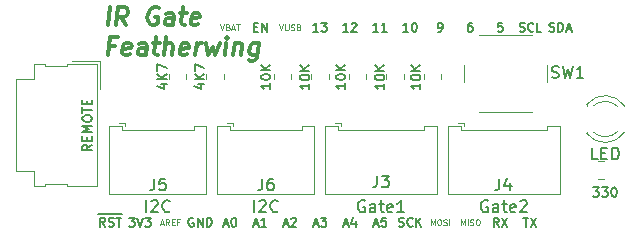
<source format=gto>
G04 #@! TF.GenerationSoftware,KiCad,Pcbnew,(5.1.10)-1*
G04 #@! TF.CreationDate,2021-09-22T19:22:54-07:00*
G04 #@! TF.ProjectId,HW_IR Featherwing,48575f49-5220-4466-9561-746865727769,rev?*
G04 #@! TF.SameCoordinates,Original*
G04 #@! TF.FileFunction,Legend,Top*
G04 #@! TF.FilePolarity,Positive*
%FSLAX46Y46*%
G04 Gerber Fmt 4.6, Leading zero omitted, Abs format (unit mm)*
G04 Created by KiCad (PCBNEW (5.1.10)-1) date 2021-09-22 19:22:54*
%MOMM*%
%LPD*%
G01*
G04 APERTURE LIST*
%ADD10C,0.300000*%
%ADD11C,0.150000*%
%ADD12C,0.100000*%
%ADD13C,0.120000*%
G04 APERTURE END LIST*
D10*
X31549071Y-28359571D02*
X31736571Y-26859571D01*
X33120500Y-28359571D02*
X32709785Y-27645285D01*
X32263357Y-28359571D02*
X32450857Y-26859571D01*
X33022285Y-26859571D01*
X33156214Y-26931000D01*
X33218714Y-27002428D01*
X33272285Y-27145285D01*
X33245500Y-27359571D01*
X33156214Y-27502428D01*
X33075857Y-27573857D01*
X32924071Y-27645285D01*
X32352642Y-27645285D01*
X35870500Y-26931000D02*
X35736571Y-26859571D01*
X35522285Y-26859571D01*
X35299071Y-26931000D01*
X35138357Y-27073857D01*
X35049071Y-27216714D01*
X34941928Y-27502428D01*
X34915142Y-27716714D01*
X34950857Y-28002428D01*
X35004428Y-28145285D01*
X35129428Y-28288142D01*
X35334785Y-28359571D01*
X35477642Y-28359571D01*
X35700857Y-28288142D01*
X35781214Y-28216714D01*
X35843714Y-27716714D01*
X35558000Y-27716714D01*
X37049071Y-28359571D02*
X37147285Y-27573857D01*
X37093714Y-27431000D01*
X36959785Y-27359571D01*
X36674071Y-27359571D01*
X36522285Y-27431000D01*
X37058000Y-28288142D02*
X36906214Y-28359571D01*
X36549071Y-28359571D01*
X36415142Y-28288142D01*
X36361571Y-28145285D01*
X36379428Y-28002428D01*
X36468714Y-27859571D01*
X36620500Y-27788142D01*
X36977642Y-27788142D01*
X37129428Y-27716714D01*
X37674071Y-27359571D02*
X38245500Y-27359571D01*
X37950857Y-26859571D02*
X37790142Y-28145285D01*
X37843714Y-28288142D01*
X37977642Y-28359571D01*
X38120500Y-28359571D01*
X39200857Y-28288142D02*
X39049071Y-28359571D01*
X38763357Y-28359571D01*
X38629428Y-28288142D01*
X38575857Y-28145285D01*
X38647285Y-27573857D01*
X38736571Y-27431000D01*
X38888357Y-27359571D01*
X39174071Y-27359571D01*
X39308000Y-27431000D01*
X39361571Y-27573857D01*
X39343714Y-27716714D01*
X38611571Y-27859571D01*
X32147285Y-30123857D02*
X31647285Y-30123857D01*
X31549071Y-30909571D02*
X31736571Y-29409571D01*
X32450857Y-29409571D01*
X33415142Y-30838142D02*
X33263357Y-30909571D01*
X32977642Y-30909571D01*
X32843714Y-30838142D01*
X32790142Y-30695285D01*
X32861571Y-30123857D01*
X32950857Y-29981000D01*
X33102642Y-29909571D01*
X33388357Y-29909571D01*
X33522285Y-29981000D01*
X33575857Y-30123857D01*
X33558000Y-30266714D01*
X32825857Y-30409571D01*
X34763357Y-30909571D02*
X34861571Y-30123857D01*
X34808000Y-29981000D01*
X34674071Y-29909571D01*
X34388357Y-29909571D01*
X34236571Y-29981000D01*
X34772285Y-30838142D02*
X34620500Y-30909571D01*
X34263357Y-30909571D01*
X34129428Y-30838142D01*
X34075857Y-30695285D01*
X34093714Y-30552428D01*
X34183000Y-30409571D01*
X34334785Y-30338142D01*
X34691928Y-30338142D01*
X34843714Y-30266714D01*
X35388357Y-29909571D02*
X35959785Y-29909571D01*
X35665142Y-29409571D02*
X35504428Y-30695285D01*
X35558000Y-30838142D01*
X35691928Y-30909571D01*
X35834785Y-30909571D01*
X36334785Y-30909571D02*
X36522285Y-29409571D01*
X36977642Y-30909571D02*
X37075857Y-30123857D01*
X37022285Y-29981000D01*
X36888357Y-29909571D01*
X36674071Y-29909571D01*
X36522285Y-29981000D01*
X36441928Y-30052428D01*
X38272285Y-30838142D02*
X38120500Y-30909571D01*
X37834785Y-30909571D01*
X37700857Y-30838142D01*
X37647285Y-30695285D01*
X37718714Y-30123857D01*
X37808000Y-29981000D01*
X37959785Y-29909571D01*
X38245500Y-29909571D01*
X38379428Y-29981000D01*
X38433000Y-30123857D01*
X38415142Y-30266714D01*
X37683000Y-30409571D01*
X38977642Y-30909571D02*
X39102642Y-29909571D01*
X39066928Y-30195285D02*
X39156214Y-30052428D01*
X39236571Y-29981000D01*
X39388357Y-29909571D01*
X39531214Y-29909571D01*
X39888357Y-29909571D02*
X40049071Y-30909571D01*
X40424071Y-30195285D01*
X40620500Y-30909571D01*
X41031214Y-29909571D01*
X41477642Y-30909571D02*
X41602642Y-29909571D01*
X41665142Y-29409571D02*
X41584785Y-29481000D01*
X41647285Y-29552428D01*
X41727642Y-29481000D01*
X41665142Y-29409571D01*
X41647285Y-29552428D01*
X42316928Y-29909571D02*
X42191928Y-30909571D01*
X42299071Y-30052428D02*
X42379428Y-29981000D01*
X42531214Y-29909571D01*
X42745500Y-29909571D01*
X42879428Y-29981000D01*
X42933000Y-30123857D01*
X42834785Y-30909571D01*
X44316928Y-29909571D02*
X44165142Y-31123857D01*
X44075857Y-31266714D01*
X43995500Y-31338142D01*
X43843714Y-31409571D01*
X43629428Y-31409571D01*
X43495500Y-31338142D01*
X44200857Y-30838142D02*
X44049071Y-30909571D01*
X43763357Y-30909571D01*
X43629428Y-30838142D01*
X43566928Y-30766714D01*
X43513357Y-30623857D01*
X43566928Y-30195285D01*
X43656214Y-30052428D01*
X43736571Y-29981000D01*
X43888357Y-29909571D01*
X44174071Y-29909571D01*
X44308000Y-29981000D01*
D11*
X49387142Y-28914285D02*
X48958571Y-28914285D01*
X49172857Y-28914285D02*
X49172857Y-28164285D01*
X49101428Y-28271428D01*
X49030000Y-28342857D01*
X48958571Y-28378571D01*
X49637142Y-28164285D02*
X50101428Y-28164285D01*
X49851428Y-28450000D01*
X49958571Y-28450000D01*
X50030000Y-28485714D01*
X50065714Y-28521428D01*
X50101428Y-28592857D01*
X50101428Y-28771428D01*
X50065714Y-28842857D01*
X50030000Y-28878571D01*
X49958571Y-28914285D01*
X49744285Y-28914285D01*
X49672857Y-28878571D01*
X49637142Y-28842857D01*
D12*
X46073333Y-28301190D02*
X46240000Y-28801190D01*
X46406666Y-28301190D01*
X46573333Y-28301190D02*
X46573333Y-28705952D01*
X46597142Y-28753571D01*
X46620952Y-28777380D01*
X46668571Y-28801190D01*
X46763809Y-28801190D01*
X46811428Y-28777380D01*
X46835238Y-28753571D01*
X46859047Y-28705952D01*
X46859047Y-28301190D01*
X47073333Y-28777380D02*
X47144761Y-28801190D01*
X47263809Y-28801190D01*
X47311428Y-28777380D01*
X47335238Y-28753571D01*
X47359047Y-28705952D01*
X47359047Y-28658333D01*
X47335238Y-28610714D01*
X47311428Y-28586904D01*
X47263809Y-28563095D01*
X47168571Y-28539285D01*
X47120952Y-28515476D01*
X47097142Y-28491666D01*
X47073333Y-28444047D01*
X47073333Y-28396428D01*
X47097142Y-28348809D01*
X47120952Y-28325000D01*
X47168571Y-28301190D01*
X47287619Y-28301190D01*
X47359047Y-28325000D01*
X47740000Y-28539285D02*
X47811428Y-28563095D01*
X47835238Y-28586904D01*
X47859047Y-28634523D01*
X47859047Y-28705952D01*
X47835238Y-28753571D01*
X47811428Y-28777380D01*
X47763809Y-28801190D01*
X47573333Y-28801190D01*
X47573333Y-28301190D01*
X47740000Y-28301190D01*
X47787619Y-28325000D01*
X47811428Y-28348809D01*
X47835238Y-28396428D01*
X47835238Y-28444047D01*
X47811428Y-28491666D01*
X47787619Y-28515476D01*
X47740000Y-28539285D01*
X47573333Y-28539285D01*
X41088571Y-28301190D02*
X41255238Y-28801190D01*
X41421904Y-28301190D01*
X41755238Y-28539285D02*
X41826666Y-28563095D01*
X41850476Y-28586904D01*
X41874285Y-28634523D01*
X41874285Y-28705952D01*
X41850476Y-28753571D01*
X41826666Y-28777380D01*
X41779047Y-28801190D01*
X41588571Y-28801190D01*
X41588571Y-28301190D01*
X41755238Y-28301190D01*
X41802857Y-28325000D01*
X41826666Y-28348809D01*
X41850476Y-28396428D01*
X41850476Y-28444047D01*
X41826666Y-28491666D01*
X41802857Y-28515476D01*
X41755238Y-28539285D01*
X41588571Y-28539285D01*
X42064761Y-28658333D02*
X42302857Y-28658333D01*
X42017142Y-28801190D02*
X42183809Y-28301190D01*
X42350476Y-28801190D01*
X42445714Y-28301190D02*
X42731428Y-28301190D01*
X42588571Y-28801190D02*
X42588571Y-28301190D01*
D11*
X43896428Y-28521428D02*
X44146428Y-28521428D01*
X44253571Y-28914285D02*
X43896428Y-28914285D01*
X43896428Y-28164285D01*
X44253571Y-28164285D01*
X44575000Y-28914285D02*
X44575000Y-28164285D01*
X45003571Y-28914285D01*
X45003571Y-28164285D01*
X51927142Y-28914285D02*
X51498571Y-28914285D01*
X51712857Y-28914285D02*
X51712857Y-28164285D01*
X51641428Y-28271428D01*
X51570000Y-28342857D01*
X51498571Y-28378571D01*
X52212857Y-28235714D02*
X52248571Y-28200000D01*
X52320000Y-28164285D01*
X52498571Y-28164285D01*
X52570000Y-28200000D01*
X52605714Y-28235714D01*
X52641428Y-28307142D01*
X52641428Y-28378571D01*
X52605714Y-28485714D01*
X52177142Y-28914285D01*
X52641428Y-28914285D01*
X54467142Y-28914285D02*
X54038571Y-28914285D01*
X54252857Y-28914285D02*
X54252857Y-28164285D01*
X54181428Y-28271428D01*
X54110000Y-28342857D01*
X54038571Y-28378571D01*
X55181428Y-28914285D02*
X54752857Y-28914285D01*
X54967142Y-28914285D02*
X54967142Y-28164285D01*
X54895714Y-28271428D01*
X54824285Y-28342857D01*
X54752857Y-28378571D01*
X57007142Y-28914285D02*
X56578571Y-28914285D01*
X56792857Y-28914285D02*
X56792857Y-28164285D01*
X56721428Y-28271428D01*
X56650000Y-28342857D01*
X56578571Y-28378571D01*
X57471428Y-28164285D02*
X57542857Y-28164285D01*
X57614285Y-28200000D01*
X57650000Y-28235714D01*
X57685714Y-28307142D01*
X57721428Y-28450000D01*
X57721428Y-28628571D01*
X57685714Y-28771428D01*
X57650000Y-28842857D01*
X57614285Y-28878571D01*
X57542857Y-28914285D01*
X57471428Y-28914285D01*
X57400000Y-28878571D01*
X57364285Y-28842857D01*
X57328571Y-28771428D01*
X57292857Y-28628571D01*
X57292857Y-28450000D01*
X57328571Y-28307142D01*
X57364285Y-28235714D01*
X57400000Y-28200000D01*
X57471428Y-28164285D01*
X59547142Y-28914285D02*
X59690000Y-28914285D01*
X59761428Y-28878571D01*
X59797142Y-28842857D01*
X59868571Y-28735714D01*
X59904285Y-28592857D01*
X59904285Y-28307142D01*
X59868571Y-28235714D01*
X59832857Y-28200000D01*
X59761428Y-28164285D01*
X59618571Y-28164285D01*
X59547142Y-28200000D01*
X59511428Y-28235714D01*
X59475714Y-28307142D01*
X59475714Y-28485714D01*
X59511428Y-28557142D01*
X59547142Y-28592857D01*
X59618571Y-28628571D01*
X59761428Y-28628571D01*
X59832857Y-28592857D01*
X59868571Y-28557142D01*
X59904285Y-28485714D01*
X62372857Y-28164285D02*
X62230000Y-28164285D01*
X62158571Y-28200000D01*
X62122857Y-28235714D01*
X62051428Y-28342857D01*
X62015714Y-28485714D01*
X62015714Y-28771428D01*
X62051428Y-28842857D01*
X62087142Y-28878571D01*
X62158571Y-28914285D01*
X62301428Y-28914285D01*
X62372857Y-28878571D01*
X62408571Y-28842857D01*
X62444285Y-28771428D01*
X62444285Y-28592857D01*
X62408571Y-28521428D01*
X62372857Y-28485714D01*
X62301428Y-28450000D01*
X62158571Y-28450000D01*
X62087142Y-28485714D01*
X62051428Y-28521428D01*
X62015714Y-28592857D01*
X64948571Y-28164285D02*
X64591428Y-28164285D01*
X64555714Y-28521428D01*
X64591428Y-28485714D01*
X64662857Y-28450000D01*
X64841428Y-28450000D01*
X64912857Y-28485714D01*
X64948571Y-28521428D01*
X64984285Y-28592857D01*
X64984285Y-28771428D01*
X64948571Y-28842857D01*
X64912857Y-28878571D01*
X64841428Y-28914285D01*
X64662857Y-28914285D01*
X64591428Y-28878571D01*
X64555714Y-28842857D01*
X66417142Y-28878571D02*
X66524285Y-28914285D01*
X66702857Y-28914285D01*
X66774285Y-28878571D01*
X66810000Y-28842857D01*
X66845714Y-28771428D01*
X66845714Y-28700000D01*
X66810000Y-28628571D01*
X66774285Y-28592857D01*
X66702857Y-28557142D01*
X66560000Y-28521428D01*
X66488571Y-28485714D01*
X66452857Y-28450000D01*
X66417142Y-28378571D01*
X66417142Y-28307142D01*
X66452857Y-28235714D01*
X66488571Y-28200000D01*
X66560000Y-28164285D01*
X66738571Y-28164285D01*
X66845714Y-28200000D01*
X67595714Y-28842857D02*
X67560000Y-28878571D01*
X67452857Y-28914285D01*
X67381428Y-28914285D01*
X67274285Y-28878571D01*
X67202857Y-28807142D01*
X67167142Y-28735714D01*
X67131428Y-28592857D01*
X67131428Y-28485714D01*
X67167142Y-28342857D01*
X67202857Y-28271428D01*
X67274285Y-28200000D01*
X67381428Y-28164285D01*
X67452857Y-28164285D01*
X67560000Y-28200000D01*
X67595714Y-28235714D01*
X68274285Y-28914285D02*
X67917142Y-28914285D01*
X67917142Y-28164285D01*
X68939285Y-28878571D02*
X69046428Y-28914285D01*
X69225000Y-28914285D01*
X69296428Y-28878571D01*
X69332142Y-28842857D01*
X69367857Y-28771428D01*
X69367857Y-28700000D01*
X69332142Y-28628571D01*
X69296428Y-28592857D01*
X69225000Y-28557142D01*
X69082142Y-28521428D01*
X69010714Y-28485714D01*
X68975000Y-28450000D01*
X68939285Y-28378571D01*
X68939285Y-28307142D01*
X68975000Y-28235714D01*
X69010714Y-28200000D01*
X69082142Y-28164285D01*
X69260714Y-28164285D01*
X69367857Y-28200000D01*
X69689285Y-28914285D02*
X69689285Y-28164285D01*
X69867857Y-28164285D01*
X69975000Y-28200000D01*
X70046428Y-28271428D01*
X70082142Y-28342857D01*
X70117857Y-28485714D01*
X70117857Y-28592857D01*
X70082142Y-28735714D01*
X70046428Y-28807142D01*
X69975000Y-28878571D01*
X69867857Y-28914285D01*
X69689285Y-28914285D01*
X70403571Y-28700000D02*
X70760714Y-28700000D01*
X70332142Y-28914285D02*
X70582142Y-28164285D01*
X70832142Y-28914285D01*
X66738571Y-44674285D02*
X67167142Y-44674285D01*
X66952857Y-45424285D02*
X66952857Y-44674285D01*
X67345714Y-44674285D02*
X67845714Y-45424285D01*
X67845714Y-44674285D02*
X67345714Y-45424285D01*
X64645000Y-45424285D02*
X64395000Y-45067142D01*
X64216428Y-45424285D02*
X64216428Y-44674285D01*
X64502142Y-44674285D01*
X64573571Y-44710000D01*
X64609285Y-44745714D01*
X64645000Y-44817142D01*
X64645000Y-44924285D01*
X64609285Y-44995714D01*
X64573571Y-45031428D01*
X64502142Y-45067142D01*
X64216428Y-45067142D01*
X64895000Y-44674285D02*
X65395000Y-45424285D01*
X65395000Y-44674285D02*
X64895000Y-45424285D01*
D12*
X61444285Y-45311190D02*
X61444285Y-44811190D01*
X61610952Y-45168333D01*
X61777619Y-44811190D01*
X61777619Y-45311190D01*
X62015714Y-45311190D02*
X62015714Y-44811190D01*
X62230000Y-45287380D02*
X62301428Y-45311190D01*
X62420476Y-45311190D01*
X62468095Y-45287380D01*
X62491904Y-45263571D01*
X62515714Y-45215952D01*
X62515714Y-45168333D01*
X62491904Y-45120714D01*
X62468095Y-45096904D01*
X62420476Y-45073095D01*
X62325238Y-45049285D01*
X62277619Y-45025476D01*
X62253809Y-45001666D01*
X62230000Y-44954047D01*
X62230000Y-44906428D01*
X62253809Y-44858809D01*
X62277619Y-44835000D01*
X62325238Y-44811190D01*
X62444285Y-44811190D01*
X62515714Y-44835000D01*
X62825238Y-44811190D02*
X62920476Y-44811190D01*
X62968095Y-44835000D01*
X63015714Y-44882619D01*
X63039523Y-44977857D01*
X63039523Y-45144523D01*
X63015714Y-45239761D01*
X62968095Y-45287380D01*
X62920476Y-45311190D01*
X62825238Y-45311190D01*
X62777619Y-45287380D01*
X62730000Y-45239761D01*
X62706190Y-45144523D01*
X62706190Y-44977857D01*
X62730000Y-44882619D01*
X62777619Y-44835000D01*
X62825238Y-44811190D01*
X58904285Y-45311190D02*
X58904285Y-44811190D01*
X59070952Y-45168333D01*
X59237619Y-44811190D01*
X59237619Y-45311190D01*
X59570952Y-44811190D02*
X59666190Y-44811190D01*
X59713809Y-44835000D01*
X59761428Y-44882619D01*
X59785238Y-44977857D01*
X59785238Y-45144523D01*
X59761428Y-45239761D01*
X59713809Y-45287380D01*
X59666190Y-45311190D01*
X59570952Y-45311190D01*
X59523333Y-45287380D01*
X59475714Y-45239761D01*
X59451904Y-45144523D01*
X59451904Y-44977857D01*
X59475714Y-44882619D01*
X59523333Y-44835000D01*
X59570952Y-44811190D01*
X59975714Y-45287380D02*
X60047142Y-45311190D01*
X60166190Y-45311190D01*
X60213809Y-45287380D01*
X60237619Y-45263571D01*
X60261428Y-45215952D01*
X60261428Y-45168333D01*
X60237619Y-45120714D01*
X60213809Y-45096904D01*
X60166190Y-45073095D01*
X60070952Y-45049285D01*
X60023333Y-45025476D01*
X59999523Y-45001666D01*
X59975714Y-44954047D01*
X59975714Y-44906428D01*
X59999523Y-44858809D01*
X60023333Y-44835000D01*
X60070952Y-44811190D01*
X60190000Y-44811190D01*
X60261428Y-44835000D01*
X60475714Y-45311190D02*
X60475714Y-44811190D01*
D11*
X56185714Y-45388571D02*
X56292857Y-45424285D01*
X56471428Y-45424285D01*
X56542857Y-45388571D01*
X56578571Y-45352857D01*
X56614285Y-45281428D01*
X56614285Y-45210000D01*
X56578571Y-45138571D01*
X56542857Y-45102857D01*
X56471428Y-45067142D01*
X56328571Y-45031428D01*
X56257142Y-44995714D01*
X56221428Y-44960000D01*
X56185714Y-44888571D01*
X56185714Y-44817142D01*
X56221428Y-44745714D01*
X56257142Y-44710000D01*
X56328571Y-44674285D01*
X56507142Y-44674285D01*
X56614285Y-44710000D01*
X57364285Y-45352857D02*
X57328571Y-45388571D01*
X57221428Y-45424285D01*
X57150000Y-45424285D01*
X57042857Y-45388571D01*
X56971428Y-45317142D01*
X56935714Y-45245714D01*
X56900000Y-45102857D01*
X56900000Y-44995714D01*
X56935714Y-44852857D01*
X56971428Y-44781428D01*
X57042857Y-44710000D01*
X57150000Y-44674285D01*
X57221428Y-44674285D01*
X57328571Y-44710000D01*
X57364285Y-44745714D01*
X57685714Y-45424285D02*
X57685714Y-44674285D01*
X58114285Y-45424285D02*
X57792857Y-44995714D01*
X58114285Y-44674285D02*
X57685714Y-45102857D01*
X54074285Y-45210000D02*
X54431428Y-45210000D01*
X54002857Y-45424285D02*
X54252857Y-44674285D01*
X54502857Y-45424285D01*
X55110000Y-44674285D02*
X54752857Y-44674285D01*
X54717142Y-45031428D01*
X54752857Y-44995714D01*
X54824285Y-44960000D01*
X55002857Y-44960000D01*
X55074285Y-44995714D01*
X55110000Y-45031428D01*
X55145714Y-45102857D01*
X55145714Y-45281428D01*
X55110000Y-45352857D01*
X55074285Y-45388571D01*
X55002857Y-45424285D01*
X54824285Y-45424285D01*
X54752857Y-45388571D01*
X54717142Y-45352857D01*
X51534285Y-45210000D02*
X51891428Y-45210000D01*
X51462857Y-45424285D02*
X51712857Y-44674285D01*
X51962857Y-45424285D01*
X52534285Y-44924285D02*
X52534285Y-45424285D01*
X52355714Y-44638571D02*
X52177142Y-45174285D01*
X52641428Y-45174285D01*
X48994285Y-45210000D02*
X49351428Y-45210000D01*
X48922857Y-45424285D02*
X49172857Y-44674285D01*
X49422857Y-45424285D01*
X49601428Y-44674285D02*
X50065714Y-44674285D01*
X49815714Y-44960000D01*
X49922857Y-44960000D01*
X49994285Y-44995714D01*
X50030000Y-45031428D01*
X50065714Y-45102857D01*
X50065714Y-45281428D01*
X50030000Y-45352857D01*
X49994285Y-45388571D01*
X49922857Y-45424285D01*
X49708571Y-45424285D01*
X49637142Y-45388571D01*
X49601428Y-45352857D01*
X46454285Y-45210000D02*
X46811428Y-45210000D01*
X46382857Y-45424285D02*
X46632857Y-44674285D01*
X46882857Y-45424285D01*
X47097142Y-44745714D02*
X47132857Y-44710000D01*
X47204285Y-44674285D01*
X47382857Y-44674285D01*
X47454285Y-44710000D01*
X47490000Y-44745714D01*
X47525714Y-44817142D01*
X47525714Y-44888571D01*
X47490000Y-44995714D01*
X47061428Y-45424285D01*
X47525714Y-45424285D01*
X43914285Y-45210000D02*
X44271428Y-45210000D01*
X43842857Y-45424285D02*
X44092857Y-44674285D01*
X44342857Y-45424285D01*
X44985714Y-45424285D02*
X44557142Y-45424285D01*
X44771428Y-45424285D02*
X44771428Y-44674285D01*
X44700000Y-44781428D01*
X44628571Y-44852857D01*
X44557142Y-44888571D01*
X41374285Y-45210000D02*
X41731428Y-45210000D01*
X41302857Y-45424285D02*
X41552857Y-44674285D01*
X41802857Y-45424285D01*
X42195714Y-44674285D02*
X42267142Y-44674285D01*
X42338571Y-44710000D01*
X42374285Y-44745714D01*
X42410000Y-44817142D01*
X42445714Y-44960000D01*
X42445714Y-45138571D01*
X42410000Y-45281428D01*
X42374285Y-45352857D01*
X42338571Y-45388571D01*
X42267142Y-45424285D01*
X42195714Y-45424285D01*
X42124285Y-45388571D01*
X42088571Y-45352857D01*
X42052857Y-45281428D01*
X42017142Y-45138571D01*
X42017142Y-44960000D01*
X42052857Y-44817142D01*
X42088571Y-44745714D01*
X42124285Y-44710000D01*
X42195714Y-44674285D01*
X38798571Y-44710000D02*
X38727142Y-44674285D01*
X38620000Y-44674285D01*
X38512857Y-44710000D01*
X38441428Y-44781428D01*
X38405714Y-44852857D01*
X38370000Y-44995714D01*
X38370000Y-45102857D01*
X38405714Y-45245714D01*
X38441428Y-45317142D01*
X38512857Y-45388571D01*
X38620000Y-45424285D01*
X38691428Y-45424285D01*
X38798571Y-45388571D01*
X38834285Y-45352857D01*
X38834285Y-45102857D01*
X38691428Y-45102857D01*
X39155714Y-45424285D02*
X39155714Y-44674285D01*
X39584285Y-45424285D01*
X39584285Y-44674285D01*
X39941428Y-45424285D02*
X39941428Y-44674285D01*
X40120000Y-44674285D01*
X40227142Y-44710000D01*
X40298571Y-44781428D01*
X40334285Y-44852857D01*
X40370000Y-44995714D01*
X40370000Y-45102857D01*
X40334285Y-45245714D01*
X40298571Y-45317142D01*
X40227142Y-45388571D01*
X40120000Y-45424285D01*
X39941428Y-45424285D01*
D12*
X36020476Y-45168333D02*
X36258571Y-45168333D01*
X35972857Y-45311190D02*
X36139523Y-44811190D01*
X36306190Y-45311190D01*
X36758571Y-45311190D02*
X36591904Y-45073095D01*
X36472857Y-45311190D02*
X36472857Y-44811190D01*
X36663333Y-44811190D01*
X36710952Y-44835000D01*
X36734761Y-44858809D01*
X36758571Y-44906428D01*
X36758571Y-44977857D01*
X36734761Y-45025476D01*
X36710952Y-45049285D01*
X36663333Y-45073095D01*
X36472857Y-45073095D01*
X36972857Y-45049285D02*
X37139523Y-45049285D01*
X37210952Y-45311190D02*
X36972857Y-45311190D01*
X36972857Y-44811190D01*
X37210952Y-44811190D01*
X37591904Y-45049285D02*
X37425238Y-45049285D01*
X37425238Y-45311190D02*
X37425238Y-44811190D01*
X37663333Y-44811190D01*
D11*
X33361428Y-44674285D02*
X33825714Y-44674285D01*
X33575714Y-44960000D01*
X33682857Y-44960000D01*
X33754285Y-44995714D01*
X33790000Y-45031428D01*
X33825714Y-45102857D01*
X33825714Y-45281428D01*
X33790000Y-45352857D01*
X33754285Y-45388571D01*
X33682857Y-45424285D01*
X33468571Y-45424285D01*
X33397142Y-45388571D01*
X33361428Y-45352857D01*
X34040000Y-44674285D02*
X34290000Y-45424285D01*
X34540000Y-44674285D01*
X34718571Y-44674285D02*
X35182857Y-44674285D01*
X34932857Y-44960000D01*
X35040000Y-44960000D01*
X35111428Y-44995714D01*
X35147142Y-45031428D01*
X35182857Y-45102857D01*
X35182857Y-45281428D01*
X35147142Y-45352857D01*
X35111428Y-45388571D01*
X35040000Y-45424285D01*
X34825714Y-45424285D01*
X34754285Y-45388571D01*
X34718571Y-45352857D01*
X30732142Y-44350000D02*
X31482142Y-44350000D01*
X31339285Y-45424285D02*
X31089285Y-45067142D01*
X30910714Y-45424285D02*
X30910714Y-44674285D01*
X31196428Y-44674285D01*
X31267857Y-44710000D01*
X31303571Y-44745714D01*
X31339285Y-44817142D01*
X31339285Y-44924285D01*
X31303571Y-44995714D01*
X31267857Y-45031428D01*
X31196428Y-45067142D01*
X30910714Y-45067142D01*
X31482142Y-44350000D02*
X32196428Y-44350000D01*
X31625000Y-45388571D02*
X31732142Y-45424285D01*
X31910714Y-45424285D01*
X31982142Y-45388571D01*
X32017857Y-45352857D01*
X32053571Y-45281428D01*
X32053571Y-45210000D01*
X32017857Y-45138571D01*
X31982142Y-45102857D01*
X31910714Y-45067142D01*
X31767857Y-45031428D01*
X31696428Y-44995714D01*
X31660714Y-44960000D01*
X31625000Y-44888571D01*
X31625000Y-44817142D01*
X31660714Y-44745714D01*
X31696428Y-44710000D01*
X31767857Y-44674285D01*
X31946428Y-44674285D01*
X32053571Y-44710000D01*
X32196428Y-44350000D02*
X32767857Y-44350000D01*
X32267857Y-44674285D02*
X32696428Y-44674285D01*
X32482142Y-45424285D02*
X32482142Y-44674285D01*
D13*
X30600000Y-31680000D02*
X28070000Y-31680000D01*
X28070000Y-31680000D02*
X28070000Y-31810000D01*
X28070000Y-31810000D02*
X26260000Y-31810000D01*
X26260000Y-31810000D02*
X26260000Y-31680000D01*
X26260000Y-31680000D02*
X25280000Y-31680000D01*
X25280000Y-31680000D02*
X25280000Y-32910000D01*
X25280000Y-32910000D02*
X23780000Y-32910000D01*
X23780000Y-32910000D02*
X23780000Y-40750000D01*
X23780000Y-40750000D02*
X25280000Y-40750000D01*
X25280000Y-40750000D02*
X25280000Y-41980000D01*
X25280000Y-41980000D02*
X26260000Y-41980000D01*
X26260000Y-41980000D02*
X26260000Y-41850000D01*
X26260000Y-41850000D02*
X28070000Y-41850000D01*
X28070000Y-41850000D02*
X28070000Y-41980000D01*
X28070000Y-41980000D02*
X30600000Y-41980000D01*
X30600000Y-41980000D02*
X30600000Y-31680000D01*
X28490000Y-31380000D02*
X30900000Y-31380000D01*
X30900000Y-31380000D02*
X30900000Y-33790000D01*
X41375000Y-32969564D02*
X41375000Y-32515436D01*
X39905000Y-32969564D02*
X39905000Y-32515436D01*
X42168000Y-36950000D02*
X42168000Y-36650000D01*
X42168000Y-36650000D02*
X41668000Y-36650000D01*
X44918000Y-37240000D02*
X41878000Y-37240000D01*
X41878000Y-37240000D02*
X41878000Y-36940000D01*
X41878000Y-36940000D02*
X40808000Y-36940000D01*
X40808000Y-36940000D02*
X40808000Y-42660000D01*
X40808000Y-42660000D02*
X44918000Y-42660000D01*
X44918000Y-37240000D02*
X47958000Y-37240000D01*
X47958000Y-37240000D02*
X47958000Y-36940000D01*
X47958000Y-36940000D02*
X49028000Y-36940000D01*
X49028000Y-36940000D02*
X49028000Y-42660000D01*
X49028000Y-42660000D02*
X44918000Y-42660000D01*
X72100000Y-37402000D02*
X72100000Y-37558000D01*
X72100000Y-35086000D02*
X72100000Y-35242000D01*
X75332335Y-35243392D02*
G75*
G03*
X72100000Y-35086484I-1672335J-1078608D01*
G01*
X75332335Y-37400608D02*
G75*
G02*
X72100000Y-37557516I-1672335J1078608D01*
G01*
X74701130Y-35242163D02*
G75*
G03*
X72619039Y-35242000I-1041130J-1079837D01*
G01*
X74701130Y-37401837D02*
G75*
G02*
X72619039Y-37402000I-1041130J1079837D01*
G01*
X36730000Y-32969564D02*
X36730000Y-32515436D01*
X38200000Y-32969564D02*
X38200000Y-32515436D01*
X73529564Y-39905000D02*
X73075436Y-39905000D01*
X73529564Y-41375000D02*
X73075436Y-41375000D01*
X53440000Y-32969564D02*
X53440000Y-32515436D01*
X51970000Y-32969564D02*
X51970000Y-32515436D01*
X68726000Y-33226000D02*
X68726000Y-31726000D01*
X67476000Y-29226000D02*
X62976000Y-29226000D01*
X61726000Y-31726000D02*
X61726000Y-33226000D01*
X62976000Y-35726000D02*
X67476000Y-35726000D01*
X59422000Y-42660000D02*
X54687000Y-42660000D01*
X59422000Y-36940000D02*
X59422000Y-42660000D01*
X58352000Y-36940000D02*
X59422000Y-36940000D01*
X58352000Y-37240000D02*
X58352000Y-36940000D01*
X54687000Y-37240000D02*
X58352000Y-37240000D01*
X49952000Y-42660000D02*
X54687000Y-42660000D01*
X49952000Y-36940000D02*
X49952000Y-42660000D01*
X51022000Y-36940000D02*
X49952000Y-36940000D01*
X51022000Y-37240000D02*
X51022000Y-36940000D01*
X54687000Y-37240000D02*
X51022000Y-37240000D01*
X51312000Y-36650000D02*
X50812000Y-36650000D01*
X51312000Y-36950000D02*
X51312000Y-36650000D01*
X61726000Y-36950000D02*
X61726000Y-36650000D01*
X61726000Y-36650000D02*
X61226000Y-36650000D01*
X65101000Y-37240000D02*
X61436000Y-37240000D01*
X61436000Y-37240000D02*
X61436000Y-36940000D01*
X61436000Y-36940000D02*
X60366000Y-36940000D01*
X60366000Y-36940000D02*
X60366000Y-42660000D01*
X60366000Y-42660000D02*
X65101000Y-42660000D01*
X65101000Y-37240000D02*
X68766000Y-37240000D01*
X68766000Y-37240000D02*
X68766000Y-36940000D01*
X68766000Y-36940000D02*
X69836000Y-36940000D01*
X69836000Y-36940000D02*
X69836000Y-42660000D01*
X69836000Y-42660000D02*
X65101000Y-42660000D01*
X39884000Y-42660000D02*
X35774000Y-42660000D01*
X39884000Y-36940000D02*
X39884000Y-42660000D01*
X38814000Y-36940000D02*
X39884000Y-36940000D01*
X38814000Y-37240000D02*
X38814000Y-36940000D01*
X35774000Y-37240000D02*
X38814000Y-37240000D01*
X31664000Y-42660000D02*
X35774000Y-42660000D01*
X31664000Y-36940000D02*
X31664000Y-42660000D01*
X32734000Y-36940000D02*
X31664000Y-36940000D01*
X32734000Y-37240000D02*
X32734000Y-36940000D01*
X35774000Y-37240000D02*
X32734000Y-37240000D01*
X33024000Y-36650000D02*
X32524000Y-36650000D01*
X33024000Y-36950000D02*
X33024000Y-36650000D01*
X50265000Y-32969564D02*
X50265000Y-32515436D01*
X48795000Y-32969564D02*
X48795000Y-32515436D01*
X45620000Y-32969564D02*
X45620000Y-32515436D01*
X47090000Y-32969564D02*
X47090000Y-32515436D01*
X59790000Y-32969564D02*
X59790000Y-32515436D01*
X58320000Y-32969564D02*
X58320000Y-32515436D01*
X55145000Y-32969564D02*
X55145000Y-32515436D01*
X56615000Y-32969564D02*
X56615000Y-32515436D01*
D11*
X30206904Y-38487142D02*
X29825952Y-38753809D01*
X30206904Y-38944285D02*
X29406904Y-38944285D01*
X29406904Y-38639523D01*
X29445000Y-38563333D01*
X29483095Y-38525238D01*
X29559285Y-38487142D01*
X29673571Y-38487142D01*
X29749761Y-38525238D01*
X29787857Y-38563333D01*
X29825952Y-38639523D01*
X29825952Y-38944285D01*
X29787857Y-38144285D02*
X29787857Y-37877619D01*
X30206904Y-37763333D02*
X30206904Y-38144285D01*
X29406904Y-38144285D01*
X29406904Y-37763333D01*
X30206904Y-37420476D02*
X29406904Y-37420476D01*
X29978333Y-37153809D01*
X29406904Y-36887142D01*
X30206904Y-36887142D01*
X29406904Y-36353809D02*
X29406904Y-36201428D01*
X29445000Y-36125238D01*
X29521190Y-36049047D01*
X29673571Y-36010952D01*
X29940238Y-36010952D01*
X30092619Y-36049047D01*
X30168809Y-36125238D01*
X30206904Y-36201428D01*
X30206904Y-36353809D01*
X30168809Y-36430000D01*
X30092619Y-36506190D01*
X29940238Y-36544285D01*
X29673571Y-36544285D01*
X29521190Y-36506190D01*
X29445000Y-36430000D01*
X29406904Y-36353809D01*
X29406904Y-35782380D02*
X29406904Y-35325238D01*
X30206904Y-35553809D02*
X29406904Y-35553809D01*
X29787857Y-35058571D02*
X29787857Y-34791904D01*
X30206904Y-34677619D02*
X30206904Y-35058571D01*
X29406904Y-35058571D01*
X29406904Y-34677619D01*
X39198571Y-33371071D02*
X39731904Y-33371071D01*
X38893809Y-33561547D02*
X39465238Y-33752023D01*
X39465238Y-33256785D01*
X39731904Y-32952023D02*
X38931904Y-32952023D01*
X39731904Y-32494880D02*
X39274761Y-32837738D01*
X38931904Y-32494880D02*
X39389047Y-32952023D01*
X38931904Y-32228214D02*
X38931904Y-31694880D01*
X39731904Y-32037738D01*
X44624666Y-41362380D02*
X44624666Y-42076666D01*
X44577047Y-42219523D01*
X44481809Y-42314761D01*
X44338952Y-42362380D01*
X44243714Y-42362380D01*
X45529428Y-41362380D02*
X45338952Y-41362380D01*
X45243714Y-41410000D01*
X45196095Y-41457619D01*
X45100857Y-41600476D01*
X45053238Y-41790952D01*
X45053238Y-42171904D01*
X45100857Y-42267142D01*
X45148476Y-42314761D01*
X45243714Y-42362380D01*
X45434190Y-42362380D01*
X45529428Y-42314761D01*
X45577047Y-42267142D01*
X45624666Y-42171904D01*
X45624666Y-41933809D01*
X45577047Y-41838571D01*
X45529428Y-41790952D01*
X45434190Y-41743333D01*
X45243714Y-41743333D01*
X45148476Y-41790952D01*
X45100857Y-41838571D01*
X45053238Y-41933809D01*
X43941809Y-44202380D02*
X43941809Y-43202380D01*
X44370380Y-43297619D02*
X44418000Y-43250000D01*
X44513238Y-43202380D01*
X44751333Y-43202380D01*
X44846571Y-43250000D01*
X44894190Y-43297619D01*
X44941809Y-43392857D01*
X44941809Y-43488095D01*
X44894190Y-43630952D01*
X44322761Y-44202380D01*
X44941809Y-44202380D01*
X45941809Y-44107142D02*
X45894190Y-44154761D01*
X45751333Y-44202380D01*
X45656095Y-44202380D01*
X45513238Y-44154761D01*
X45418000Y-44059523D01*
X45370380Y-43964285D01*
X45322761Y-43773809D01*
X45322761Y-43630952D01*
X45370380Y-43440476D01*
X45418000Y-43345238D01*
X45513238Y-43250000D01*
X45656095Y-43202380D01*
X45751333Y-43202380D01*
X45894190Y-43250000D01*
X45941809Y-43297619D01*
X73017142Y-39734380D02*
X72540952Y-39734380D01*
X72540952Y-38734380D01*
X73350476Y-39210571D02*
X73683809Y-39210571D01*
X73826666Y-39734380D02*
X73350476Y-39734380D01*
X73350476Y-38734380D01*
X73826666Y-38734380D01*
X74255238Y-39734380D02*
X74255238Y-38734380D01*
X74493333Y-38734380D01*
X74636190Y-38782000D01*
X74731428Y-38877238D01*
X74779047Y-38972476D01*
X74826666Y-39162952D01*
X74826666Y-39305809D01*
X74779047Y-39496285D01*
X74731428Y-39591523D01*
X74636190Y-39686761D01*
X74493333Y-39734380D01*
X74255238Y-39734380D01*
X36023571Y-33371071D02*
X36556904Y-33371071D01*
X35718809Y-33561547D02*
X36290238Y-33752023D01*
X36290238Y-33256785D01*
X36556904Y-32952023D02*
X35756904Y-32952023D01*
X36556904Y-32494880D02*
X36099761Y-32837738D01*
X35756904Y-32494880D02*
X36214047Y-32952023D01*
X35756904Y-32228214D02*
X35756904Y-31694880D01*
X36556904Y-32037738D01*
X72631428Y-42106904D02*
X73126666Y-42106904D01*
X72860000Y-42411666D01*
X72974285Y-42411666D01*
X73050476Y-42449761D01*
X73088571Y-42487857D01*
X73126666Y-42564047D01*
X73126666Y-42754523D01*
X73088571Y-42830714D01*
X73050476Y-42868809D01*
X72974285Y-42906904D01*
X72745714Y-42906904D01*
X72669523Y-42868809D01*
X72631428Y-42830714D01*
X73393333Y-42106904D02*
X73888571Y-42106904D01*
X73621904Y-42411666D01*
X73736190Y-42411666D01*
X73812380Y-42449761D01*
X73850476Y-42487857D01*
X73888571Y-42564047D01*
X73888571Y-42754523D01*
X73850476Y-42830714D01*
X73812380Y-42868809D01*
X73736190Y-42906904D01*
X73507619Y-42906904D01*
X73431428Y-42868809D01*
X73393333Y-42830714D01*
X74383809Y-42106904D02*
X74460000Y-42106904D01*
X74536190Y-42145000D01*
X74574285Y-42183095D01*
X74612380Y-42259285D01*
X74650476Y-42411666D01*
X74650476Y-42602142D01*
X74612380Y-42754523D01*
X74574285Y-42830714D01*
X74536190Y-42868809D01*
X74460000Y-42906904D01*
X74383809Y-42906904D01*
X74307619Y-42868809D01*
X74269523Y-42830714D01*
X74231428Y-42754523D01*
X74193333Y-42602142D01*
X74193333Y-42411666D01*
X74231428Y-42259285D01*
X74269523Y-42183095D01*
X74307619Y-42145000D01*
X74383809Y-42106904D01*
X51669904Y-33294880D02*
X51669904Y-33752023D01*
X51669904Y-33523452D02*
X50869904Y-33523452D01*
X50984190Y-33599642D01*
X51060380Y-33675833D01*
X51098476Y-33752023D01*
X50869904Y-32799642D02*
X50869904Y-32723452D01*
X50908000Y-32647261D01*
X50946095Y-32609166D01*
X51022285Y-32571071D01*
X51174666Y-32532976D01*
X51365142Y-32532976D01*
X51517523Y-32571071D01*
X51593714Y-32609166D01*
X51631809Y-32647261D01*
X51669904Y-32723452D01*
X51669904Y-32799642D01*
X51631809Y-32875833D01*
X51593714Y-32913928D01*
X51517523Y-32952023D01*
X51365142Y-32990119D01*
X51174666Y-32990119D01*
X51022285Y-32952023D01*
X50946095Y-32913928D01*
X50908000Y-32875833D01*
X50869904Y-32799642D01*
X51669904Y-32190119D02*
X50869904Y-32190119D01*
X51669904Y-31732976D02*
X51212761Y-32075833D01*
X50869904Y-31732976D02*
X51327047Y-32190119D01*
X69151666Y-32789761D02*
X69294523Y-32837380D01*
X69532619Y-32837380D01*
X69627857Y-32789761D01*
X69675476Y-32742142D01*
X69723095Y-32646904D01*
X69723095Y-32551666D01*
X69675476Y-32456428D01*
X69627857Y-32408809D01*
X69532619Y-32361190D01*
X69342142Y-32313571D01*
X69246904Y-32265952D01*
X69199285Y-32218333D01*
X69151666Y-32123095D01*
X69151666Y-32027857D01*
X69199285Y-31932619D01*
X69246904Y-31885000D01*
X69342142Y-31837380D01*
X69580238Y-31837380D01*
X69723095Y-31885000D01*
X70056428Y-31837380D02*
X70294523Y-32837380D01*
X70485000Y-32123095D01*
X70675476Y-32837380D01*
X70913571Y-31837380D01*
X71818333Y-32837380D02*
X71246904Y-32837380D01*
X71532619Y-32837380D02*
X71532619Y-31837380D01*
X71437380Y-31980238D01*
X71342142Y-32075476D01*
X71246904Y-32123095D01*
X54348666Y-41108380D02*
X54348666Y-41822666D01*
X54301047Y-41965523D01*
X54205809Y-42060761D01*
X54062952Y-42108380D01*
X53967714Y-42108380D01*
X54729619Y-41108380D02*
X55348666Y-41108380D01*
X55015333Y-41489333D01*
X55158190Y-41489333D01*
X55253428Y-41536952D01*
X55301047Y-41584571D01*
X55348666Y-41679809D01*
X55348666Y-41917904D01*
X55301047Y-42013142D01*
X55253428Y-42060761D01*
X55158190Y-42108380D01*
X54872476Y-42108380D01*
X54777238Y-42060761D01*
X54729619Y-42013142D01*
X53301047Y-43250000D02*
X53205809Y-43202380D01*
X53062952Y-43202380D01*
X52920095Y-43250000D01*
X52824857Y-43345238D01*
X52777238Y-43440476D01*
X52729619Y-43630952D01*
X52729619Y-43773809D01*
X52777238Y-43964285D01*
X52824857Y-44059523D01*
X52920095Y-44154761D01*
X53062952Y-44202380D01*
X53158190Y-44202380D01*
X53301047Y-44154761D01*
X53348666Y-44107142D01*
X53348666Y-43773809D01*
X53158190Y-43773809D01*
X54205809Y-44202380D02*
X54205809Y-43678571D01*
X54158190Y-43583333D01*
X54062952Y-43535714D01*
X53872476Y-43535714D01*
X53777238Y-43583333D01*
X54205809Y-44154761D02*
X54110571Y-44202380D01*
X53872476Y-44202380D01*
X53777238Y-44154761D01*
X53729619Y-44059523D01*
X53729619Y-43964285D01*
X53777238Y-43869047D01*
X53872476Y-43821428D01*
X54110571Y-43821428D01*
X54205809Y-43773809D01*
X54539142Y-43535714D02*
X54920095Y-43535714D01*
X54682000Y-43202380D02*
X54682000Y-44059523D01*
X54729619Y-44154761D01*
X54824857Y-44202380D01*
X54920095Y-44202380D01*
X55634380Y-44154761D02*
X55539142Y-44202380D01*
X55348666Y-44202380D01*
X55253428Y-44154761D01*
X55205809Y-44059523D01*
X55205809Y-43678571D01*
X55253428Y-43583333D01*
X55348666Y-43535714D01*
X55539142Y-43535714D01*
X55634380Y-43583333D01*
X55682000Y-43678571D01*
X55682000Y-43773809D01*
X55205809Y-43869047D01*
X56634380Y-44202380D02*
X56062952Y-44202380D01*
X56348666Y-44202380D02*
X56348666Y-43202380D01*
X56253428Y-43345238D01*
X56158190Y-43440476D01*
X56062952Y-43488095D01*
X64690666Y-41362380D02*
X64690666Y-42076666D01*
X64643047Y-42219523D01*
X64547809Y-42314761D01*
X64404952Y-42362380D01*
X64309714Y-42362380D01*
X65595428Y-41695714D02*
X65595428Y-42362380D01*
X65357333Y-41314761D02*
X65119238Y-42029047D01*
X65738285Y-42029047D01*
X63715047Y-43250000D02*
X63619809Y-43202380D01*
X63476952Y-43202380D01*
X63334095Y-43250000D01*
X63238857Y-43345238D01*
X63191238Y-43440476D01*
X63143619Y-43630952D01*
X63143619Y-43773809D01*
X63191238Y-43964285D01*
X63238857Y-44059523D01*
X63334095Y-44154761D01*
X63476952Y-44202380D01*
X63572190Y-44202380D01*
X63715047Y-44154761D01*
X63762666Y-44107142D01*
X63762666Y-43773809D01*
X63572190Y-43773809D01*
X64619809Y-44202380D02*
X64619809Y-43678571D01*
X64572190Y-43583333D01*
X64476952Y-43535714D01*
X64286476Y-43535714D01*
X64191238Y-43583333D01*
X64619809Y-44154761D02*
X64524571Y-44202380D01*
X64286476Y-44202380D01*
X64191238Y-44154761D01*
X64143619Y-44059523D01*
X64143619Y-43964285D01*
X64191238Y-43869047D01*
X64286476Y-43821428D01*
X64524571Y-43821428D01*
X64619809Y-43773809D01*
X64953142Y-43535714D02*
X65334095Y-43535714D01*
X65096000Y-43202380D02*
X65096000Y-44059523D01*
X65143619Y-44154761D01*
X65238857Y-44202380D01*
X65334095Y-44202380D01*
X66048380Y-44154761D02*
X65953142Y-44202380D01*
X65762666Y-44202380D01*
X65667428Y-44154761D01*
X65619809Y-44059523D01*
X65619809Y-43678571D01*
X65667428Y-43583333D01*
X65762666Y-43535714D01*
X65953142Y-43535714D01*
X66048380Y-43583333D01*
X66096000Y-43678571D01*
X66096000Y-43773809D01*
X65619809Y-43869047D01*
X66476952Y-43297619D02*
X66524571Y-43250000D01*
X66619809Y-43202380D01*
X66857904Y-43202380D01*
X66953142Y-43250000D01*
X67000761Y-43297619D01*
X67048380Y-43392857D01*
X67048380Y-43488095D01*
X67000761Y-43630952D01*
X66429333Y-44202380D01*
X67048380Y-44202380D01*
X35480666Y-41362380D02*
X35480666Y-42076666D01*
X35433047Y-42219523D01*
X35337809Y-42314761D01*
X35194952Y-42362380D01*
X35099714Y-42362380D01*
X36433047Y-41362380D02*
X35956857Y-41362380D01*
X35909238Y-41838571D01*
X35956857Y-41790952D01*
X36052095Y-41743333D01*
X36290190Y-41743333D01*
X36385428Y-41790952D01*
X36433047Y-41838571D01*
X36480666Y-41933809D01*
X36480666Y-42171904D01*
X36433047Y-42267142D01*
X36385428Y-42314761D01*
X36290190Y-42362380D01*
X36052095Y-42362380D01*
X35956857Y-42314761D01*
X35909238Y-42267142D01*
X34797809Y-44202380D02*
X34797809Y-43202380D01*
X35226380Y-43297619D02*
X35274000Y-43250000D01*
X35369238Y-43202380D01*
X35607333Y-43202380D01*
X35702571Y-43250000D01*
X35750190Y-43297619D01*
X35797809Y-43392857D01*
X35797809Y-43488095D01*
X35750190Y-43630952D01*
X35178761Y-44202380D01*
X35797809Y-44202380D01*
X36797809Y-44107142D02*
X36750190Y-44154761D01*
X36607333Y-44202380D01*
X36512095Y-44202380D01*
X36369238Y-44154761D01*
X36274000Y-44059523D01*
X36226380Y-43964285D01*
X36178761Y-43773809D01*
X36178761Y-43630952D01*
X36226380Y-43440476D01*
X36274000Y-43345238D01*
X36369238Y-43250000D01*
X36512095Y-43202380D01*
X36607333Y-43202380D01*
X36750190Y-43250000D01*
X36797809Y-43297619D01*
X48621904Y-33318380D02*
X48621904Y-33775523D01*
X48621904Y-33546952D02*
X47821904Y-33546952D01*
X47936190Y-33623142D01*
X48012380Y-33699333D01*
X48050476Y-33775523D01*
X47821904Y-32823142D02*
X47821904Y-32746952D01*
X47860000Y-32670761D01*
X47898095Y-32632666D01*
X47974285Y-32594571D01*
X48126666Y-32556476D01*
X48317142Y-32556476D01*
X48469523Y-32594571D01*
X48545714Y-32632666D01*
X48583809Y-32670761D01*
X48621904Y-32746952D01*
X48621904Y-32823142D01*
X48583809Y-32899333D01*
X48545714Y-32937428D01*
X48469523Y-32975523D01*
X48317142Y-33013619D01*
X48126666Y-33013619D01*
X47974285Y-32975523D01*
X47898095Y-32937428D01*
X47860000Y-32899333D01*
X47821904Y-32823142D01*
X48621904Y-32213619D02*
X47821904Y-32213619D01*
X48621904Y-31756476D02*
X48164761Y-32099333D01*
X47821904Y-31756476D02*
X48279047Y-32213619D01*
X45319904Y-33294880D02*
X45319904Y-33752023D01*
X45319904Y-33523452D02*
X44519904Y-33523452D01*
X44634190Y-33599642D01*
X44710380Y-33675833D01*
X44748476Y-33752023D01*
X44519904Y-32799642D02*
X44519904Y-32723452D01*
X44558000Y-32647261D01*
X44596095Y-32609166D01*
X44672285Y-32571071D01*
X44824666Y-32532976D01*
X45015142Y-32532976D01*
X45167523Y-32571071D01*
X45243714Y-32609166D01*
X45281809Y-32647261D01*
X45319904Y-32723452D01*
X45319904Y-32799642D01*
X45281809Y-32875833D01*
X45243714Y-32913928D01*
X45167523Y-32952023D01*
X45015142Y-32990119D01*
X44824666Y-32990119D01*
X44672285Y-32952023D01*
X44596095Y-32913928D01*
X44558000Y-32875833D01*
X44519904Y-32799642D01*
X45319904Y-32190119D02*
X44519904Y-32190119D01*
X45319904Y-31732976D02*
X44862761Y-32075833D01*
X44519904Y-31732976D02*
X44977047Y-32190119D01*
X58019904Y-33318380D02*
X58019904Y-33775523D01*
X58019904Y-33546952D02*
X57219904Y-33546952D01*
X57334190Y-33623142D01*
X57410380Y-33699333D01*
X57448476Y-33775523D01*
X57219904Y-32823142D02*
X57219904Y-32746952D01*
X57258000Y-32670761D01*
X57296095Y-32632666D01*
X57372285Y-32594571D01*
X57524666Y-32556476D01*
X57715142Y-32556476D01*
X57867523Y-32594571D01*
X57943714Y-32632666D01*
X57981809Y-32670761D01*
X58019904Y-32746952D01*
X58019904Y-32823142D01*
X57981809Y-32899333D01*
X57943714Y-32937428D01*
X57867523Y-32975523D01*
X57715142Y-33013619D01*
X57524666Y-33013619D01*
X57372285Y-32975523D01*
X57296095Y-32937428D01*
X57258000Y-32899333D01*
X57219904Y-32823142D01*
X58019904Y-32213619D02*
X57219904Y-32213619D01*
X58019904Y-31756476D02*
X57562761Y-32099333D01*
X57219904Y-31756476D02*
X57677047Y-32213619D01*
X54971904Y-33318380D02*
X54971904Y-33775523D01*
X54971904Y-33546952D02*
X54171904Y-33546952D01*
X54286190Y-33623142D01*
X54362380Y-33699333D01*
X54400476Y-33775523D01*
X54171904Y-32823142D02*
X54171904Y-32746952D01*
X54210000Y-32670761D01*
X54248095Y-32632666D01*
X54324285Y-32594571D01*
X54476666Y-32556476D01*
X54667142Y-32556476D01*
X54819523Y-32594571D01*
X54895714Y-32632666D01*
X54933809Y-32670761D01*
X54971904Y-32746952D01*
X54971904Y-32823142D01*
X54933809Y-32899333D01*
X54895714Y-32937428D01*
X54819523Y-32975523D01*
X54667142Y-33013619D01*
X54476666Y-33013619D01*
X54324285Y-32975523D01*
X54248095Y-32937428D01*
X54210000Y-32899333D01*
X54171904Y-32823142D01*
X54971904Y-32213619D02*
X54171904Y-32213619D01*
X54971904Y-31756476D02*
X54514761Y-32099333D01*
X54171904Y-31756476D02*
X54629047Y-32213619D01*
M02*

</source>
